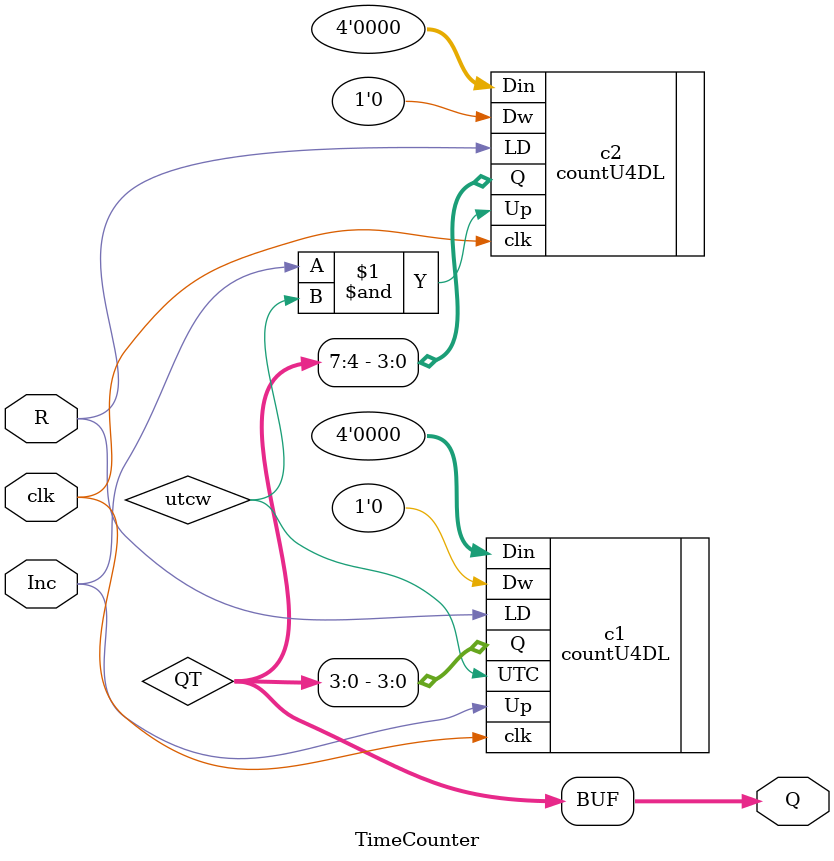
<source format=v>
`timescale 1ns / 1ps


module TimeCounter(
    input Inc,
    input R,
    input clk,
    output [7:0] Q
    );
    wire utcw;
	wire [7:0] QT;
	countU4DL c1 (.Up(Inc), .Dw(1'b0), .clk(clk), .LD(R), .UTC(utcw), .Q(QT[3:0]), .Din(4'b0000));
	countU4DL c2 (.Up(Inc&utcw), .Dw(1'b0), .clk(clk), .LD(R), .Q(QT[7:4]), .Din(4'b0000));
	assign Q = QT;
endmodule

</source>
